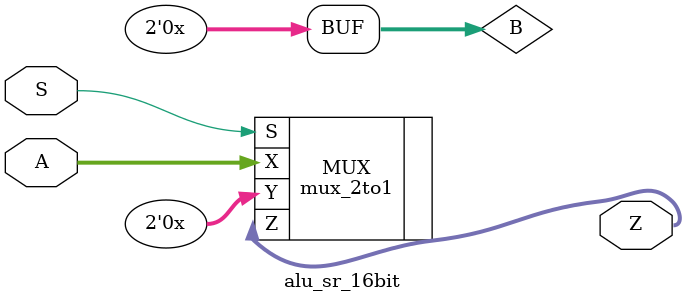
<source format=v>
`timescale 1ns / 1ps
`default_nettype none
module alu_sr_16bit(A, S, Z);

    parameter N = 2;

	//port definitions

	input wire [(N-1):0] A;
	input wire S;
    output wire [(N-1):0] Z;
    wire [(N-1):0] B;

    assign B[N-17:0] = A[N-1:16];
    assign B[N-1:N-16] = 16'b0;
    
	mux_2to1 #(.N(N)) MUX (.X(A), .Y(B), .S(S), .Z(Z));
endmodule
`default_nettype wire

</source>
